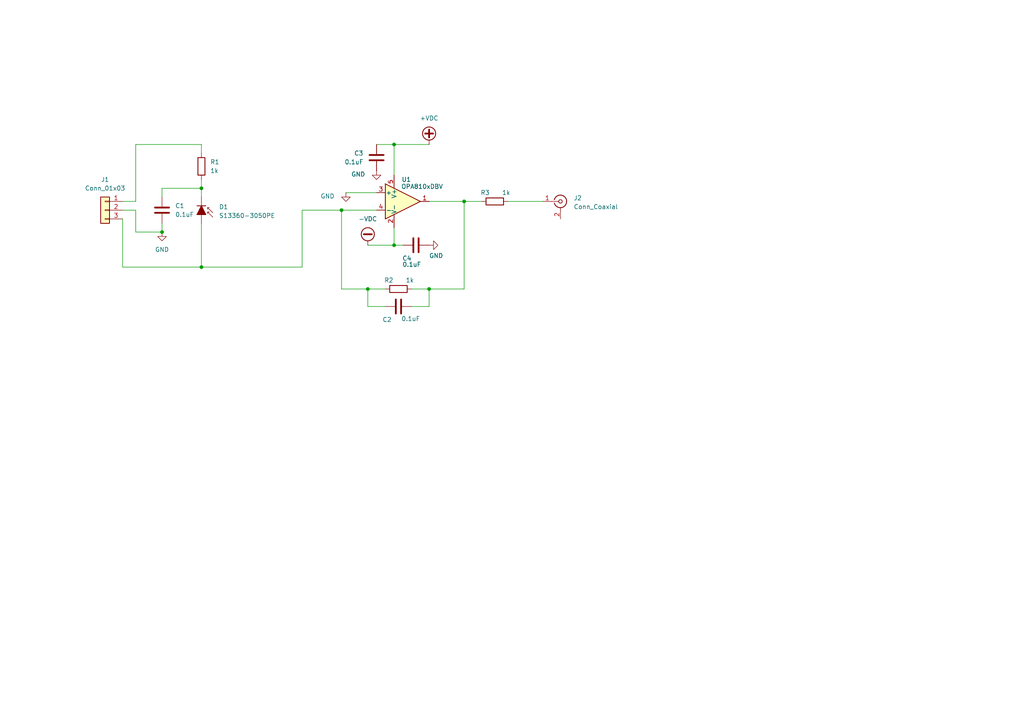
<source format=kicad_sch>
(kicad_sch (version 20231120) (generator "eeschema") (generator_version "8.0")
  (paper "A4")
  (lib_symbols
    (symbol "Amplifier_Operational:OPA810xDBV" (pin_names (offset 0.127))
      (property "Reference" "U" (at -1.27 6.35 0))
      (property "Value" "OPA810xDBV" (at -1.27 3.81 0))
      (symbol "OPA810xDBV_0_1"
        (polyline (pts (xy -5.08 5.08) (xy 5.08 0) (xy -5.08 -5.08) (xy -5.08 5.08)) (stroke (width 0.254)) (fill (type background)))
        (pin power_in line (at -2.54 -7.62 90) (length 3.81) (name "V-") (number "2"))
        (pin power_in line (at -2.54 7.62 270) (length 3.81) (name "V+") (number "5"))
      )
      (symbol "OPA810xDBV_1_1"
        (pin output line (at 7.62 0 180) (length 2.54) (name "~") (number "1"))
        (pin input line (at -7.62 2.54 0) (length 2.54) (name "+") (number "3"))
        (pin input line (at -7.62 -2.54 0) (length 2.54) (name "-") (number "4"))
      )
    )
    (symbol "Connector:Conn_Coaxial" (pin_names (offset 1.016) hide)
      (property "Reference" "J" (at 0.254 3.048 0))
      (property "Value" "Conn_Coaxial" (at 2.921 0 90))
      (symbol "Conn_Coaxial_0_1"
        (arc (start -1.778 -0.508) (mid 0.2311 -1.8066) (end 1.778 0) (stroke (width 0.254)))
        (polyline (pts (xy -2.54 0) (xy -0.508 0)))
        (polyline (pts (xy 0 -2.54) (xy 0 -1.778)))
        (circle (center 0 0) (radius 0.508) (stroke (width 0.2032)))
        (arc (start 1.778 0) (mid 0.2099 1.8101) (end -1.778 0.508) (stroke (width 0.254)))
      )
      (symbol "Conn_Coaxial_1_1"
        (pin passive line (at -5.08 0 0) (length 2.54) (name "In") (number "1"))
        (pin passive line (at 0 -5.08 90) (length 2.54) (name "Ext") (number "2"))
      )
    )
    (symbol "Connector_Generic:Conn_01x03" (pin_names (offset 1.016) hide)
      (property "Reference" "J" (at 0 5.08 0))
      (property "Value" "Conn_01x03" (at 0 -5.08 0))
      (symbol "Conn_01x03_1_1"
        (rectangle (start -1.27 -2.413) (end 0 -2.667) (stroke (width 0.1524)))
        (rectangle (start -1.27 0.127) (end 0 -0.127) (stroke (width 0.1524)))
        (rectangle (start -1.27 2.667) (end 0 2.413) (stroke (width 0.1524)))
        (rectangle (start -1.27 3.81) (end 1.27 -3.81) (stroke (width 0.254)) (fill (type background)))
        (pin passive line (at -5.08 2.54 0) (length 3.81) (name "Pin_1") (number "1"))
        (pin passive line (at -5.08 0 0) (length 3.81) (name "Pin_2") (number "2"))
        (pin passive line (at -5.08 -2.54 0) (length 3.81) (name "Pin_3") (number "3"))
      )
    )
    (symbol "Device:C" (pin_numbers hide) (pin_names (offset 0.254))
      (property "Reference" "C" (at 0.635 2.54 0))
      (property "Value" "C" (at 0.635 -2.54 0))
      (symbol "C_0_1"
        (polyline (pts (xy -2.032 -0.762) (xy 2.032 -0.762)) (stroke (width 0.508)))
        (polyline (pts (xy -2.032 0.762) (xy 2.032 0.762)) (stroke (width 0.508)))
      )
      (symbol "C_1_1"
        (pin passive line (at 0 3.81 270) (length 2.794) (name "~") (number "1"))
        (pin passive line (at 0 -3.81 90) (length 2.794) (name "~") (number "2"))
      )
    )
    (symbol "Device:D_Photo_Filled" (pin_numbers hide) (pin_names hide)
      (property "Reference" "D" (at 0.508 1.778 0))
      (property "Value" "D_Photo_Filled" (at -1.016 -2.794 0))
      (symbol "D_Photo_Filled_0_1"
        (polyline (pts (xy -2.54 1.27) (xy -2.54 -1.27)) (stroke (width 0.254)))
        (polyline (pts (xy -2.032 1.778) (xy -1.524 1.778)))
        (polyline (pts (xy 0 0) (xy -2.54 0)))
        (polyline (pts (xy -0.508 3.302) (xy -2.032 1.778) (xy -2.032 2.286)))
        (polyline (pts (xy 0 -1.27) (xy 0 1.27) (xy -2.54 0) (xy 0 -1.27)) (stroke (width 0.254)) (fill (type outline)))
        (polyline (pts (xy 0.762 3.302) (xy -0.762 1.778) (xy -0.762 2.286) (xy -0.762 1.778) (xy -0.254 1.778)))
      )
      (symbol "D_Photo_Filled_1_1"
        (pin passive line (at -5.08 0 0) (length 2.54) (name "K") (number "1"))
        (pin passive line (at 2.54 0 180) (length 2.54) (name "A") (number "2"))
      )
    )
    (symbol "Device:R" (pin_numbers hide) (pin_names (offset 0))
      (property "Reference" "R" (at 2.032 0 90))
      (property "Value" "R" (at 0 0 90))
      (symbol "R_0_1"
        (rectangle (start -1.016 -2.54) (end 1.016 2.54) (stroke (width 0.254)))
      )
      (symbol "R_1_1"
        (pin passive line (at 0 3.81 270) (length 1.27) (name "~") (number "1"))
        (pin passive line (at 0 -3.81 90) (length 1.27) (name "~") (number "2"))
      )
    )
    (symbol "power:+VDC" (power) (pin_numbers hide) (pin_names (offset 0) hide)
      (property "Value" "+VDC" (at 0 6.35 0))
      (symbol "+VDC_0_1"
        (polyline (pts (xy -1.143 3.175) (xy 1.143 3.175)) (stroke (width 0.508)))
        (polyline (pts (xy 0 0) (xy 0 1.27)))
        (polyline (pts (xy 0 2.032) (xy 0 4.318)) (stroke (width 0.508)))
        (circle (center 0 3.175) (radius 1.905) (stroke (width 0.254)))
      )
      (symbol "+VDC_1_1"
        (pin power_in line (at 0 0 90) (length 0) (name "~") (number "1"))
      )
    )
    (symbol "power:-VDC" (power) (pin_numbers hide) (pin_names (offset 0) hide)
      (property "Value" "-VDC" (at 0 6.35 0))
      (symbol "-VDC_0_1"
        (polyline (pts (xy -1.143 3.175) (xy 1.143 3.175)) (stroke (width 0.508)))
        (polyline (pts (xy 0 0) (xy 0 1.27)))
        (circle (center 0 3.175) (radius 1.905) (stroke (width 0.254)))
      )
      (symbol "-VDC_1_1"
        (pin power_in line (at 0 0 90) (length 0) (name "~") (number "1"))
      )
    )
    (symbol "power:GND" (power) (pin_numbers hide) (pin_names (offset 0) hide)
      (property "Value" "GND" (at 0 -3.81 0))
      (symbol "GND_0_1"
        (polyline (pts (xy 0 0) (xy 0 -1.27) (xy 1.27 -1.27) (xy 0 -2.54) (xy -1.27 -1.27) (xy 0 -1.27)))
      )
      (symbol "GND_1_1"
        (pin power_in line (at 0 0 270) (length 0) (name "~") (number "1"))
      )
    )
  )
  (junction (at 114.3 71.12))
  (junction (at 124.46 83.82))
  (junction (at 58.42 54.61))
  (junction (at 134.62 58.42))
  (junction (at 99.06 60.96))
  (junction (at 46.99 67.31))
  (junction (at 58.42 77.47))
  (junction (at 106.68 83.82))
  (junction (at 114.3 41.91))
  (wire (pts (xy 124.46 41.91) (xy 114.3 41.91)))
  (wire (pts (xy 35.56 77.47) (xy 58.42 77.47)))
  (wire (pts (xy 99.06 83.82) (xy 106.68 83.82)))
  (wire (pts (xy 46.99 64.77) (xy 46.99 67.31)))
  (wire (pts (xy 114.3 71.12) (xy 106.68 71.12)))
  (wire (pts (xy 58.42 64.77) (xy 58.42 77.47)))
  (wire (pts (xy 39.37 67.31) (xy 46.99 67.31)))
  (wire (pts (xy 39.37 41.91) (xy 58.42 41.91)))
  (wire (pts (xy 114.3 66.04) (xy 114.3 71.12)))
  (wire (pts (xy 147.32 58.42) (xy 157.48 58.42)))
  (wire (pts (xy 35.56 63.5) (xy 35.56 77.47)))
  (wire (pts (xy 35.56 58.42) (xy 39.37 58.42)))
  (wire (pts (xy 124.46 58.42) (xy 134.62 58.42)))
  (wire (pts (xy 109.22 60.96) (xy 99.06 60.96)))
  (wire (pts (xy 124.46 88.9) (xy 119.38 88.9)))
  (wire (pts (xy 100.33 55.88) (xy 109.22 55.88)))
  (wire (pts (xy 58.42 77.47) (xy 87.63 77.47)))
  (wire (pts (xy 134.62 58.42) (xy 134.62 83.82)))
  (wire (pts (xy 46.99 54.61) (xy 58.42 54.61)))
  (wire (pts (xy 58.42 44.45) (xy 58.42 41.91)))
  (wire (pts (xy 58.42 52.07) (xy 58.42 54.61)))
  (wire (pts (xy 134.62 58.42) (xy 139.7 58.42)))
  (wire (pts (xy 87.63 60.96) (xy 99.06 60.96)))
  (wire (pts (xy 114.3 71.12) (xy 116.84 71.12)))
  (wire (pts (xy 109.22 41.91) (xy 114.3 41.91)))
  (wire (pts (xy 87.63 77.47) (xy 87.63 60.96)))
  (wire (pts (xy 99.06 60.96) (xy 99.06 83.82)))
  (wire (pts (xy 58.42 54.61) (xy 58.42 57.15)))
  (wire (pts (xy 111.76 83.82) (xy 106.68 83.82)))
  (wire (pts (xy 35.56 60.96) (xy 39.37 60.96)))
  (wire (pts (xy 124.46 83.82) (xy 134.62 83.82)))
  (wire (pts (xy 106.68 83.82) (xy 106.68 88.9)))
  (wire (pts (xy 114.3 41.91) (xy 114.3 50.8)))
  (wire (pts (xy 46.99 57.15) (xy 46.99 54.61)))
  (wire (pts (xy 39.37 58.42) (xy 39.37 41.91)))
  (wire (pts (xy 124.46 83.82) (xy 124.46 88.9)))
  (wire (pts (xy 106.68 88.9) (xy 111.76 88.9)))
  (wire (pts (xy 119.38 83.82) (xy 124.46 83.82)))
  (wire (pts (xy 39.37 60.96) (xy 39.37 67.31)))
  (symbol (lib_id "Device:C") (at 115.57 88.9 90) (mirror x) (unit 1)
    (property "Reference" "C2" (at 112.268 92.71 90))
    (property "Value" "0.1uF" (at 119.126 92.456 90))
    (property "Footprint" "Capacitor_SMD:C_0402_1005Metric" (effects (hide yes)))
    (property "Description" "Unpolarized capacitor" (effects (hide yes)))
  )
  (symbol (lib_id "power:+VDC") (at 124.46 41.91 0) (unit 1)
    (property "Reference" "#PWR03" (effects (hide yes)))
    (property "Value" "+VDC" (at 124.46 34.29 0))
    (property "Description" "Power symbol creates a global label with name \"+VDC\"" (effects (hide yes)))
  )
  (symbol (lib_id "power:GND") (at 109.22 49.53 0) (unit 1)
    (property "Reference" "#PWR04" (effects (hide yes)))
    (property "Value" "GND" (at 103.886 50.546 0))
    (property "Description" "Power symbol creates a global label with name \"GND\" , ground" (effects (hide yes)))
  )
  (symbol (lib_id "Amplifier_Operational:OPA810xDBV") (at 116.84 58.42 0) (unit 1)
    (property "Reference" "U1" (at 117.856 52.07 0))
    (property "Value" "OPA810xDBV" (at 122.428 54.102 0))
    (property "Footprint" "Package_TO_SOT_SMD:SOT-23-5" (effects (hide yes)))
    (property "Datasheet" "https://www.ti.com/lit/ds/symlink/opa810.pdf" (effects (hide yes)))
    (property "Description" "140-MHz, Rail-to-Rail Input and Output, FET-Input Operational Amplifier, SOT-23-5" (effects (hide yes)))
  )
  (symbol (lib_id "power:-VDC") (at 106.68 71.12 0) (unit 1)
    (property "Reference" "#PWR02" (effects (hide yes)))
    (property "Value" "-VDC" (at 106.68 63.5 0))
    (property "Description" "Power symbol creates a global label with name \"-VDC\"" (effects (hide yes)))
  )
  (symbol (lib_id "Device:D_Photo_Filled") (at 58.42 62.23 270) (unit 1)
    (property "Reference" "D1" (at 63.5 60.0074 90) (effects (justify left)))
    (property "Value" "S13360-3050PE" (at 63.5 62.5474 90) (effects (justify left)))
    (property "Footprint" "my_sipm:s13360-3050pe" (effects (hide yes)))
    (property "Description" "Photodiode, filled shape" (effects (hide yes)))
  )
  (symbol (lib_id "Device:C") (at 46.99 60.96 0) (unit 1)
    (property "Reference" "C1" (at 50.8 59.6899 0) (effects (justify left)))
    (property "Value" "0.1uF" (at 50.8 62.2299 0) (effects (justify left)))
    (property "Footprint" "Capacitor_SMD:C_0402_1005Metric" (effects (hide yes)))
    (property "Description" "Unpolarized capacitor" (effects (hide yes)))
  )
  (symbol (lib_id "Device:R") (at 115.57 83.82 90) (unit 1)
    (property "Reference" "R2" (at 112.776 81.28 90))
    (property "Value" "1k" (at 118.872 81.28 90))
    (property "Footprint" "Resistor_SMD:R_0402_1005Metric" (effects (hide yes)))
    (property "Description" "Resistor" (effects (hide yes)))
  )
  (symbol (lib_id "power:GND") (at 100.33 55.88 0) (unit 1)
    (property "Reference" "#PWR06" (effects (hide yes)))
    (property "Value" "GND" (at 94.996 56.896 0))
    (property "Description" "Power symbol creates a global label with name \"GND\" , ground" (effects (hide yes)))
  )
  (symbol (lib_id "Connector_Generic:Conn_01x03") (at 30.48 60.96 0) (mirror y) (unit 1)
    (property "Reference" "J1" (at 30.48 52.07 0))
    (property "Value" "Conn_01x03" (at 30.48 54.61 0))
    (property "Footprint" "Connector_PinHeader_1.00mm:PinHeader_1x03_P1.00mm_Vertical" (effects (hide yes)))
    (property "Description" "Generic connector, single row, 01x03, script generated (kicad-library-utils/schlib/autogen/connector/)" (effects (hide yes)))
  )
  (symbol (lib_id "power:GND") (at 124.46 71.12 90) (unit 1)
    (property "Reference" "#PWR05" (effects (hide yes)))
    (property "Value" "GND" (at 126.492 74.168 90))
    (property "Description" "Power symbol creates a global label with name \"GND\" , ground" (effects (hide yes)))
  )
  (symbol (lib_id "Device:C") (at 120.65 71.12 90) (mirror x) (unit 1)
    (property "Reference" "C4" (at 119.3799 74.93 90) (effects (justify left)))
    (property "Value" "0.1uF" (at 122.174 76.708 90) (effects (justify left)))
    (property "Footprint" "Capacitor_SMD:C_0402_1005Metric" (effects (hide yes)))
    (property "Description" "Unpolarized capacitor" (effects (hide yes)))
  )
  (symbol (lib_id "Device:C") (at 109.22 45.72 0) (mirror y) (unit 1)
    (property "Reference" "C3" (at 105.41 44.4499 0) (effects (justify left)))
    (property "Value" "0.1uF" (at 105.41 46.9899 0) (effects (justify left)))
    (property "Footprint" "Capacitor_SMD:C_0402_1005Metric" (effects (hide yes)))
    (property "Description" "Unpolarized capacitor" (effects (hide yes)))
  )
  (symbol (lib_id "power:GND") (at 46.99 67.31 0) (unit 1)
    (property "Reference" "#PWR01" (effects (hide yes)))
    (property "Value" "GND" (at 46.99 72.39 0))
    (property "Description" "Power symbol creates a global label with name \"GND\" , ground" (effects (hide yes)))
  )
  (symbol (lib_id "Device:R") (at 143.51 58.42 90) (unit 1)
    (property "Reference" "R3" (at 140.716 55.88 90))
    (property "Value" "1k" (at 146.812 55.88 90))
    (property "Footprint" "Resistor_SMD:R_0402_1005Metric" (effects (hide yes)))
    (property "Description" "Resistor" (effects (hide yes)))
  )
  (symbol (lib_id "Connector:Conn_Coaxial") (at 162.56 58.42 0) (unit 1)
    (property "Reference" "J2" (at 166.37 57.4431 0) (effects (justify left)))
    (property "Value" "Conn_Coaxial" (at 166.37 59.9831 0) (effects (justify left)))
    (property "Description" "coaxial connector (BNC, SMA, SMB, SMC, Cinch/RCA, LEMO, ...)" (effects (hide yes)))
  )
  (symbol (lib_id "Device:R") (at 58.42 48.26 0) (unit 1)
    (property "Reference" "R1" (at 60.96 46.9899 0) (effects (justify left)))
    (property "Value" "1k" (at 60.96 49.5299 0) (effects (justify left)))
    (property "Footprint" "Resistor_SMD:R_0402_1005Metric" (effects (hide yes)))
    (property "Description" "Resistor" (effects (hide yes)))
  )
)
</source>
